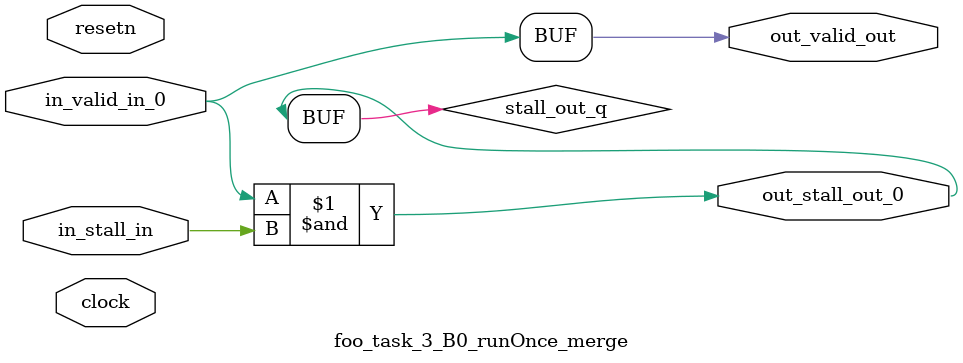
<source format=sv>



(* altera_attribute = "-name AUTO_SHIFT_REGISTER_RECOGNITION OFF; -name MESSAGE_DISABLE 10036; -name MESSAGE_DISABLE 10037; -name MESSAGE_DISABLE 14130; -name MESSAGE_DISABLE 14320; -name MESSAGE_DISABLE 15400; -name MESSAGE_DISABLE 14130; -name MESSAGE_DISABLE 10036; -name MESSAGE_DISABLE 12020; -name MESSAGE_DISABLE 12030; -name MESSAGE_DISABLE 12010; -name MESSAGE_DISABLE 12110; -name MESSAGE_DISABLE 14320; -name MESSAGE_DISABLE 13410; -name MESSAGE_DISABLE 113007; -name MESSAGE_DISABLE 10958" *)
module foo_task_3_B0_runOnce_merge (
    input wire [0:0] in_stall_in,
    input wire [0:0] in_valid_in_0,
    output wire [0:0] out_stall_out_0,
    output wire [0:0] out_valid_out,
    input wire clock,
    input wire resetn
    );

    wire [0:0] stall_out_q;


    // stall_out(LOGICAL,6)
    assign stall_out_q = in_valid_in_0 & in_stall_in;

    // out_stall_out_0(GPOUT,4)
    assign out_stall_out_0 = stall_out_q;

    // out_valid_out(GPOUT,5)
    assign out_valid_out = in_valid_in_0;

endmodule

</source>
